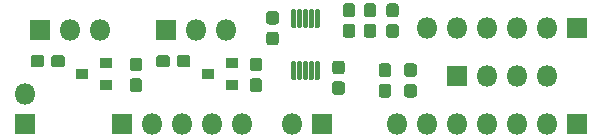
<source format=gbr>
%TF.GenerationSoftware,KiCad,Pcbnew,(5.1.4)-1*%
%TF.CreationDate,2020-11-13T13:28:28-08:00*%
%TF.ProjectId,powerglove_pcb,706f7765-7267-46c6-9f76-655f7063622e,rev?*%
%TF.SameCoordinates,Original*%
%TF.FileFunction,Soldermask,Top*%
%TF.FilePolarity,Negative*%
%FSLAX46Y46*%
G04 Gerber Fmt 4.6, Leading zero omitted, Abs format (unit mm)*
G04 Created by KiCad (PCBNEW (5.1.4)-1) date 2020-11-13 13:28:28*
%MOMM*%
%LPD*%
G04 APERTURE LIST*
%ADD10C,0.100000*%
%ADD11C,0.400000*%
%ADD12C,1.050000*%
%ADD13O,1.800000X1.800000*%
%ADD14R,1.800000X1.800000*%
%ADD15R,1.000000X0.900000*%
G04 APERTURE END LIST*
D10*
%TO.C,U1*%
G36*
X92930802Y-69542482D02*
G01*
X92940509Y-69543921D01*
X92950028Y-69546306D01*
X92959268Y-69549612D01*
X92968140Y-69553808D01*
X92976557Y-69558853D01*
X92984439Y-69564699D01*
X92991711Y-69571289D01*
X92998301Y-69578561D01*
X93004147Y-69586443D01*
X93009192Y-69594860D01*
X93013388Y-69603732D01*
X93016694Y-69612972D01*
X93019079Y-69622491D01*
X93020518Y-69632198D01*
X93021000Y-69642000D01*
X93021000Y-70992000D01*
X93020518Y-71001802D01*
X93019079Y-71011509D01*
X93016694Y-71021028D01*
X93013388Y-71030268D01*
X93009192Y-71039140D01*
X93004147Y-71047557D01*
X92998301Y-71055439D01*
X92991711Y-71062711D01*
X92984439Y-71069301D01*
X92976557Y-71075147D01*
X92968140Y-71080192D01*
X92959268Y-71084388D01*
X92950028Y-71087694D01*
X92940509Y-71090079D01*
X92930802Y-71091518D01*
X92921000Y-71092000D01*
X92721000Y-71092000D01*
X92711198Y-71091518D01*
X92701491Y-71090079D01*
X92691972Y-71087694D01*
X92682732Y-71084388D01*
X92673860Y-71080192D01*
X92665443Y-71075147D01*
X92657561Y-71069301D01*
X92650289Y-71062711D01*
X92643699Y-71055439D01*
X92637853Y-71047557D01*
X92632808Y-71039140D01*
X92628612Y-71030268D01*
X92625306Y-71021028D01*
X92622921Y-71011509D01*
X92621482Y-71001802D01*
X92621000Y-70992000D01*
X92621000Y-69642000D01*
X92621482Y-69632198D01*
X92622921Y-69622491D01*
X92625306Y-69612972D01*
X92628612Y-69603732D01*
X92632808Y-69594860D01*
X92637853Y-69586443D01*
X92643699Y-69578561D01*
X92650289Y-69571289D01*
X92657561Y-69564699D01*
X92665443Y-69558853D01*
X92673860Y-69553808D01*
X92682732Y-69549612D01*
X92691972Y-69546306D01*
X92701491Y-69543921D01*
X92711198Y-69542482D01*
X92721000Y-69542000D01*
X92921000Y-69542000D01*
X92930802Y-69542482D01*
X92930802Y-69542482D01*
G37*
D11*
X92821000Y-70317000D03*
D10*
G36*
X92430802Y-69542482D02*
G01*
X92440509Y-69543921D01*
X92450028Y-69546306D01*
X92459268Y-69549612D01*
X92468140Y-69553808D01*
X92476557Y-69558853D01*
X92484439Y-69564699D01*
X92491711Y-69571289D01*
X92498301Y-69578561D01*
X92504147Y-69586443D01*
X92509192Y-69594860D01*
X92513388Y-69603732D01*
X92516694Y-69612972D01*
X92519079Y-69622491D01*
X92520518Y-69632198D01*
X92521000Y-69642000D01*
X92521000Y-70992000D01*
X92520518Y-71001802D01*
X92519079Y-71011509D01*
X92516694Y-71021028D01*
X92513388Y-71030268D01*
X92509192Y-71039140D01*
X92504147Y-71047557D01*
X92498301Y-71055439D01*
X92491711Y-71062711D01*
X92484439Y-71069301D01*
X92476557Y-71075147D01*
X92468140Y-71080192D01*
X92459268Y-71084388D01*
X92450028Y-71087694D01*
X92440509Y-71090079D01*
X92430802Y-71091518D01*
X92421000Y-71092000D01*
X92221000Y-71092000D01*
X92211198Y-71091518D01*
X92201491Y-71090079D01*
X92191972Y-71087694D01*
X92182732Y-71084388D01*
X92173860Y-71080192D01*
X92165443Y-71075147D01*
X92157561Y-71069301D01*
X92150289Y-71062711D01*
X92143699Y-71055439D01*
X92137853Y-71047557D01*
X92132808Y-71039140D01*
X92128612Y-71030268D01*
X92125306Y-71021028D01*
X92122921Y-71011509D01*
X92121482Y-71001802D01*
X92121000Y-70992000D01*
X92121000Y-69642000D01*
X92121482Y-69632198D01*
X92122921Y-69622491D01*
X92125306Y-69612972D01*
X92128612Y-69603732D01*
X92132808Y-69594860D01*
X92137853Y-69586443D01*
X92143699Y-69578561D01*
X92150289Y-69571289D01*
X92157561Y-69564699D01*
X92165443Y-69558853D01*
X92173860Y-69553808D01*
X92182732Y-69549612D01*
X92191972Y-69546306D01*
X92201491Y-69543921D01*
X92211198Y-69542482D01*
X92221000Y-69542000D01*
X92421000Y-69542000D01*
X92430802Y-69542482D01*
X92430802Y-69542482D01*
G37*
D11*
X92321000Y-70317000D03*
D10*
G36*
X91930802Y-69542482D02*
G01*
X91940509Y-69543921D01*
X91950028Y-69546306D01*
X91959268Y-69549612D01*
X91968140Y-69553808D01*
X91976557Y-69558853D01*
X91984439Y-69564699D01*
X91991711Y-69571289D01*
X91998301Y-69578561D01*
X92004147Y-69586443D01*
X92009192Y-69594860D01*
X92013388Y-69603732D01*
X92016694Y-69612972D01*
X92019079Y-69622491D01*
X92020518Y-69632198D01*
X92021000Y-69642000D01*
X92021000Y-70992000D01*
X92020518Y-71001802D01*
X92019079Y-71011509D01*
X92016694Y-71021028D01*
X92013388Y-71030268D01*
X92009192Y-71039140D01*
X92004147Y-71047557D01*
X91998301Y-71055439D01*
X91991711Y-71062711D01*
X91984439Y-71069301D01*
X91976557Y-71075147D01*
X91968140Y-71080192D01*
X91959268Y-71084388D01*
X91950028Y-71087694D01*
X91940509Y-71090079D01*
X91930802Y-71091518D01*
X91921000Y-71092000D01*
X91721000Y-71092000D01*
X91711198Y-71091518D01*
X91701491Y-71090079D01*
X91691972Y-71087694D01*
X91682732Y-71084388D01*
X91673860Y-71080192D01*
X91665443Y-71075147D01*
X91657561Y-71069301D01*
X91650289Y-71062711D01*
X91643699Y-71055439D01*
X91637853Y-71047557D01*
X91632808Y-71039140D01*
X91628612Y-71030268D01*
X91625306Y-71021028D01*
X91622921Y-71011509D01*
X91621482Y-71001802D01*
X91621000Y-70992000D01*
X91621000Y-69642000D01*
X91621482Y-69632198D01*
X91622921Y-69622491D01*
X91625306Y-69612972D01*
X91628612Y-69603732D01*
X91632808Y-69594860D01*
X91637853Y-69586443D01*
X91643699Y-69578561D01*
X91650289Y-69571289D01*
X91657561Y-69564699D01*
X91665443Y-69558853D01*
X91673860Y-69553808D01*
X91682732Y-69549612D01*
X91691972Y-69546306D01*
X91701491Y-69543921D01*
X91711198Y-69542482D01*
X91721000Y-69542000D01*
X91921000Y-69542000D01*
X91930802Y-69542482D01*
X91930802Y-69542482D01*
G37*
D11*
X91821000Y-70317000D03*
D10*
G36*
X91430802Y-69542482D02*
G01*
X91440509Y-69543921D01*
X91450028Y-69546306D01*
X91459268Y-69549612D01*
X91468140Y-69553808D01*
X91476557Y-69558853D01*
X91484439Y-69564699D01*
X91491711Y-69571289D01*
X91498301Y-69578561D01*
X91504147Y-69586443D01*
X91509192Y-69594860D01*
X91513388Y-69603732D01*
X91516694Y-69612972D01*
X91519079Y-69622491D01*
X91520518Y-69632198D01*
X91521000Y-69642000D01*
X91521000Y-70992000D01*
X91520518Y-71001802D01*
X91519079Y-71011509D01*
X91516694Y-71021028D01*
X91513388Y-71030268D01*
X91509192Y-71039140D01*
X91504147Y-71047557D01*
X91498301Y-71055439D01*
X91491711Y-71062711D01*
X91484439Y-71069301D01*
X91476557Y-71075147D01*
X91468140Y-71080192D01*
X91459268Y-71084388D01*
X91450028Y-71087694D01*
X91440509Y-71090079D01*
X91430802Y-71091518D01*
X91421000Y-71092000D01*
X91221000Y-71092000D01*
X91211198Y-71091518D01*
X91201491Y-71090079D01*
X91191972Y-71087694D01*
X91182732Y-71084388D01*
X91173860Y-71080192D01*
X91165443Y-71075147D01*
X91157561Y-71069301D01*
X91150289Y-71062711D01*
X91143699Y-71055439D01*
X91137853Y-71047557D01*
X91132808Y-71039140D01*
X91128612Y-71030268D01*
X91125306Y-71021028D01*
X91122921Y-71011509D01*
X91121482Y-71001802D01*
X91121000Y-70992000D01*
X91121000Y-69642000D01*
X91121482Y-69632198D01*
X91122921Y-69622491D01*
X91125306Y-69612972D01*
X91128612Y-69603732D01*
X91132808Y-69594860D01*
X91137853Y-69586443D01*
X91143699Y-69578561D01*
X91150289Y-69571289D01*
X91157561Y-69564699D01*
X91165443Y-69558853D01*
X91173860Y-69553808D01*
X91182732Y-69549612D01*
X91191972Y-69546306D01*
X91201491Y-69543921D01*
X91211198Y-69542482D01*
X91221000Y-69542000D01*
X91421000Y-69542000D01*
X91430802Y-69542482D01*
X91430802Y-69542482D01*
G37*
D11*
X91321000Y-70317000D03*
D10*
G36*
X90930802Y-69542482D02*
G01*
X90940509Y-69543921D01*
X90950028Y-69546306D01*
X90959268Y-69549612D01*
X90968140Y-69553808D01*
X90976557Y-69558853D01*
X90984439Y-69564699D01*
X90991711Y-69571289D01*
X90998301Y-69578561D01*
X91004147Y-69586443D01*
X91009192Y-69594860D01*
X91013388Y-69603732D01*
X91016694Y-69612972D01*
X91019079Y-69622491D01*
X91020518Y-69632198D01*
X91021000Y-69642000D01*
X91021000Y-70992000D01*
X91020518Y-71001802D01*
X91019079Y-71011509D01*
X91016694Y-71021028D01*
X91013388Y-71030268D01*
X91009192Y-71039140D01*
X91004147Y-71047557D01*
X90998301Y-71055439D01*
X90991711Y-71062711D01*
X90984439Y-71069301D01*
X90976557Y-71075147D01*
X90968140Y-71080192D01*
X90959268Y-71084388D01*
X90950028Y-71087694D01*
X90940509Y-71090079D01*
X90930802Y-71091518D01*
X90921000Y-71092000D01*
X90721000Y-71092000D01*
X90711198Y-71091518D01*
X90701491Y-71090079D01*
X90691972Y-71087694D01*
X90682732Y-71084388D01*
X90673860Y-71080192D01*
X90665443Y-71075147D01*
X90657561Y-71069301D01*
X90650289Y-71062711D01*
X90643699Y-71055439D01*
X90637853Y-71047557D01*
X90632808Y-71039140D01*
X90628612Y-71030268D01*
X90625306Y-71021028D01*
X90622921Y-71011509D01*
X90621482Y-71001802D01*
X90621000Y-70992000D01*
X90621000Y-69642000D01*
X90621482Y-69632198D01*
X90622921Y-69622491D01*
X90625306Y-69612972D01*
X90628612Y-69603732D01*
X90632808Y-69594860D01*
X90637853Y-69586443D01*
X90643699Y-69578561D01*
X90650289Y-69571289D01*
X90657561Y-69564699D01*
X90665443Y-69558853D01*
X90673860Y-69553808D01*
X90682732Y-69549612D01*
X90691972Y-69546306D01*
X90701491Y-69543921D01*
X90711198Y-69542482D01*
X90721000Y-69542000D01*
X90921000Y-69542000D01*
X90930802Y-69542482D01*
X90930802Y-69542482D01*
G37*
D11*
X90821000Y-70317000D03*
D10*
G36*
X90930802Y-73942482D02*
G01*
X90940509Y-73943921D01*
X90950028Y-73946306D01*
X90959268Y-73949612D01*
X90968140Y-73953808D01*
X90976557Y-73958853D01*
X90984439Y-73964699D01*
X90991711Y-73971289D01*
X90998301Y-73978561D01*
X91004147Y-73986443D01*
X91009192Y-73994860D01*
X91013388Y-74003732D01*
X91016694Y-74012972D01*
X91019079Y-74022491D01*
X91020518Y-74032198D01*
X91021000Y-74042000D01*
X91021000Y-75392000D01*
X91020518Y-75401802D01*
X91019079Y-75411509D01*
X91016694Y-75421028D01*
X91013388Y-75430268D01*
X91009192Y-75439140D01*
X91004147Y-75447557D01*
X90998301Y-75455439D01*
X90991711Y-75462711D01*
X90984439Y-75469301D01*
X90976557Y-75475147D01*
X90968140Y-75480192D01*
X90959268Y-75484388D01*
X90950028Y-75487694D01*
X90940509Y-75490079D01*
X90930802Y-75491518D01*
X90921000Y-75492000D01*
X90721000Y-75492000D01*
X90711198Y-75491518D01*
X90701491Y-75490079D01*
X90691972Y-75487694D01*
X90682732Y-75484388D01*
X90673860Y-75480192D01*
X90665443Y-75475147D01*
X90657561Y-75469301D01*
X90650289Y-75462711D01*
X90643699Y-75455439D01*
X90637853Y-75447557D01*
X90632808Y-75439140D01*
X90628612Y-75430268D01*
X90625306Y-75421028D01*
X90622921Y-75411509D01*
X90621482Y-75401802D01*
X90621000Y-75392000D01*
X90621000Y-74042000D01*
X90621482Y-74032198D01*
X90622921Y-74022491D01*
X90625306Y-74012972D01*
X90628612Y-74003732D01*
X90632808Y-73994860D01*
X90637853Y-73986443D01*
X90643699Y-73978561D01*
X90650289Y-73971289D01*
X90657561Y-73964699D01*
X90665443Y-73958853D01*
X90673860Y-73953808D01*
X90682732Y-73949612D01*
X90691972Y-73946306D01*
X90701491Y-73943921D01*
X90711198Y-73942482D01*
X90721000Y-73942000D01*
X90921000Y-73942000D01*
X90930802Y-73942482D01*
X90930802Y-73942482D01*
G37*
D11*
X90821000Y-74717000D03*
D10*
G36*
X91430802Y-73942482D02*
G01*
X91440509Y-73943921D01*
X91450028Y-73946306D01*
X91459268Y-73949612D01*
X91468140Y-73953808D01*
X91476557Y-73958853D01*
X91484439Y-73964699D01*
X91491711Y-73971289D01*
X91498301Y-73978561D01*
X91504147Y-73986443D01*
X91509192Y-73994860D01*
X91513388Y-74003732D01*
X91516694Y-74012972D01*
X91519079Y-74022491D01*
X91520518Y-74032198D01*
X91521000Y-74042000D01*
X91521000Y-75392000D01*
X91520518Y-75401802D01*
X91519079Y-75411509D01*
X91516694Y-75421028D01*
X91513388Y-75430268D01*
X91509192Y-75439140D01*
X91504147Y-75447557D01*
X91498301Y-75455439D01*
X91491711Y-75462711D01*
X91484439Y-75469301D01*
X91476557Y-75475147D01*
X91468140Y-75480192D01*
X91459268Y-75484388D01*
X91450028Y-75487694D01*
X91440509Y-75490079D01*
X91430802Y-75491518D01*
X91421000Y-75492000D01*
X91221000Y-75492000D01*
X91211198Y-75491518D01*
X91201491Y-75490079D01*
X91191972Y-75487694D01*
X91182732Y-75484388D01*
X91173860Y-75480192D01*
X91165443Y-75475147D01*
X91157561Y-75469301D01*
X91150289Y-75462711D01*
X91143699Y-75455439D01*
X91137853Y-75447557D01*
X91132808Y-75439140D01*
X91128612Y-75430268D01*
X91125306Y-75421028D01*
X91122921Y-75411509D01*
X91121482Y-75401802D01*
X91121000Y-75392000D01*
X91121000Y-74042000D01*
X91121482Y-74032198D01*
X91122921Y-74022491D01*
X91125306Y-74012972D01*
X91128612Y-74003732D01*
X91132808Y-73994860D01*
X91137853Y-73986443D01*
X91143699Y-73978561D01*
X91150289Y-73971289D01*
X91157561Y-73964699D01*
X91165443Y-73958853D01*
X91173860Y-73953808D01*
X91182732Y-73949612D01*
X91191972Y-73946306D01*
X91201491Y-73943921D01*
X91211198Y-73942482D01*
X91221000Y-73942000D01*
X91421000Y-73942000D01*
X91430802Y-73942482D01*
X91430802Y-73942482D01*
G37*
D11*
X91321000Y-74717000D03*
D10*
G36*
X91930802Y-73942482D02*
G01*
X91940509Y-73943921D01*
X91950028Y-73946306D01*
X91959268Y-73949612D01*
X91968140Y-73953808D01*
X91976557Y-73958853D01*
X91984439Y-73964699D01*
X91991711Y-73971289D01*
X91998301Y-73978561D01*
X92004147Y-73986443D01*
X92009192Y-73994860D01*
X92013388Y-74003732D01*
X92016694Y-74012972D01*
X92019079Y-74022491D01*
X92020518Y-74032198D01*
X92021000Y-74042000D01*
X92021000Y-75392000D01*
X92020518Y-75401802D01*
X92019079Y-75411509D01*
X92016694Y-75421028D01*
X92013388Y-75430268D01*
X92009192Y-75439140D01*
X92004147Y-75447557D01*
X91998301Y-75455439D01*
X91991711Y-75462711D01*
X91984439Y-75469301D01*
X91976557Y-75475147D01*
X91968140Y-75480192D01*
X91959268Y-75484388D01*
X91950028Y-75487694D01*
X91940509Y-75490079D01*
X91930802Y-75491518D01*
X91921000Y-75492000D01*
X91721000Y-75492000D01*
X91711198Y-75491518D01*
X91701491Y-75490079D01*
X91691972Y-75487694D01*
X91682732Y-75484388D01*
X91673860Y-75480192D01*
X91665443Y-75475147D01*
X91657561Y-75469301D01*
X91650289Y-75462711D01*
X91643699Y-75455439D01*
X91637853Y-75447557D01*
X91632808Y-75439140D01*
X91628612Y-75430268D01*
X91625306Y-75421028D01*
X91622921Y-75411509D01*
X91621482Y-75401802D01*
X91621000Y-75392000D01*
X91621000Y-74042000D01*
X91621482Y-74032198D01*
X91622921Y-74022491D01*
X91625306Y-74012972D01*
X91628612Y-74003732D01*
X91632808Y-73994860D01*
X91637853Y-73986443D01*
X91643699Y-73978561D01*
X91650289Y-73971289D01*
X91657561Y-73964699D01*
X91665443Y-73958853D01*
X91673860Y-73953808D01*
X91682732Y-73949612D01*
X91691972Y-73946306D01*
X91701491Y-73943921D01*
X91711198Y-73942482D01*
X91721000Y-73942000D01*
X91921000Y-73942000D01*
X91930802Y-73942482D01*
X91930802Y-73942482D01*
G37*
D11*
X91821000Y-74717000D03*
D10*
G36*
X92430802Y-73942482D02*
G01*
X92440509Y-73943921D01*
X92450028Y-73946306D01*
X92459268Y-73949612D01*
X92468140Y-73953808D01*
X92476557Y-73958853D01*
X92484439Y-73964699D01*
X92491711Y-73971289D01*
X92498301Y-73978561D01*
X92504147Y-73986443D01*
X92509192Y-73994860D01*
X92513388Y-74003732D01*
X92516694Y-74012972D01*
X92519079Y-74022491D01*
X92520518Y-74032198D01*
X92521000Y-74042000D01*
X92521000Y-75392000D01*
X92520518Y-75401802D01*
X92519079Y-75411509D01*
X92516694Y-75421028D01*
X92513388Y-75430268D01*
X92509192Y-75439140D01*
X92504147Y-75447557D01*
X92498301Y-75455439D01*
X92491711Y-75462711D01*
X92484439Y-75469301D01*
X92476557Y-75475147D01*
X92468140Y-75480192D01*
X92459268Y-75484388D01*
X92450028Y-75487694D01*
X92440509Y-75490079D01*
X92430802Y-75491518D01*
X92421000Y-75492000D01*
X92221000Y-75492000D01*
X92211198Y-75491518D01*
X92201491Y-75490079D01*
X92191972Y-75487694D01*
X92182732Y-75484388D01*
X92173860Y-75480192D01*
X92165443Y-75475147D01*
X92157561Y-75469301D01*
X92150289Y-75462711D01*
X92143699Y-75455439D01*
X92137853Y-75447557D01*
X92132808Y-75439140D01*
X92128612Y-75430268D01*
X92125306Y-75421028D01*
X92122921Y-75411509D01*
X92121482Y-75401802D01*
X92121000Y-75392000D01*
X92121000Y-74042000D01*
X92121482Y-74032198D01*
X92122921Y-74022491D01*
X92125306Y-74012972D01*
X92128612Y-74003732D01*
X92132808Y-73994860D01*
X92137853Y-73986443D01*
X92143699Y-73978561D01*
X92150289Y-73971289D01*
X92157561Y-73964699D01*
X92165443Y-73958853D01*
X92173860Y-73953808D01*
X92182732Y-73949612D01*
X92191972Y-73946306D01*
X92201491Y-73943921D01*
X92211198Y-73942482D01*
X92221000Y-73942000D01*
X92421000Y-73942000D01*
X92430802Y-73942482D01*
X92430802Y-73942482D01*
G37*
D11*
X92321000Y-74717000D03*
D10*
G36*
X92930802Y-73942482D02*
G01*
X92940509Y-73943921D01*
X92950028Y-73946306D01*
X92959268Y-73949612D01*
X92968140Y-73953808D01*
X92976557Y-73958853D01*
X92984439Y-73964699D01*
X92991711Y-73971289D01*
X92998301Y-73978561D01*
X93004147Y-73986443D01*
X93009192Y-73994860D01*
X93013388Y-74003732D01*
X93016694Y-74012972D01*
X93019079Y-74022491D01*
X93020518Y-74032198D01*
X93021000Y-74042000D01*
X93021000Y-75392000D01*
X93020518Y-75401802D01*
X93019079Y-75411509D01*
X93016694Y-75421028D01*
X93013388Y-75430268D01*
X93009192Y-75439140D01*
X93004147Y-75447557D01*
X92998301Y-75455439D01*
X92991711Y-75462711D01*
X92984439Y-75469301D01*
X92976557Y-75475147D01*
X92968140Y-75480192D01*
X92959268Y-75484388D01*
X92950028Y-75487694D01*
X92940509Y-75490079D01*
X92930802Y-75491518D01*
X92921000Y-75492000D01*
X92721000Y-75492000D01*
X92711198Y-75491518D01*
X92701491Y-75490079D01*
X92691972Y-75487694D01*
X92682732Y-75484388D01*
X92673860Y-75480192D01*
X92665443Y-75475147D01*
X92657561Y-75469301D01*
X92650289Y-75462711D01*
X92643699Y-75455439D01*
X92637853Y-75447557D01*
X92632808Y-75439140D01*
X92628612Y-75430268D01*
X92625306Y-75421028D01*
X92622921Y-75411509D01*
X92621482Y-75401802D01*
X92621000Y-75392000D01*
X92621000Y-74042000D01*
X92621482Y-74032198D01*
X92622921Y-74022491D01*
X92625306Y-74012972D01*
X92628612Y-74003732D01*
X92632808Y-73994860D01*
X92637853Y-73986443D01*
X92643699Y-73978561D01*
X92650289Y-73971289D01*
X92657561Y-73964699D01*
X92665443Y-73958853D01*
X92673860Y-73953808D01*
X92682732Y-73949612D01*
X92691972Y-73946306D01*
X92701491Y-73943921D01*
X92711198Y-73942482D01*
X92721000Y-73942000D01*
X92921000Y-73942000D01*
X92930802Y-73942482D01*
X92930802Y-73942482D01*
G37*
D11*
X92821000Y-74717000D03*
%TD*%
D10*
%TO.C,R9*%
G36*
X99475229Y-69036264D02*
G01*
X99500711Y-69040044D01*
X99525700Y-69046303D01*
X99549954Y-69054982D01*
X99573242Y-69065996D01*
X99595337Y-69079239D01*
X99616028Y-69094585D01*
X99635116Y-69111884D01*
X99652415Y-69130972D01*
X99667761Y-69151663D01*
X99681004Y-69173758D01*
X99692018Y-69197046D01*
X99700697Y-69221300D01*
X99706956Y-69246289D01*
X99710736Y-69271771D01*
X99712000Y-69297500D01*
X99712000Y-69922500D01*
X99710736Y-69948229D01*
X99706956Y-69973711D01*
X99700697Y-69998700D01*
X99692018Y-70022954D01*
X99681004Y-70046242D01*
X99667761Y-70068337D01*
X99652415Y-70089028D01*
X99635116Y-70108116D01*
X99616028Y-70125415D01*
X99595337Y-70140761D01*
X99573242Y-70154004D01*
X99549954Y-70165018D01*
X99525700Y-70173697D01*
X99500711Y-70179956D01*
X99475229Y-70183736D01*
X99449500Y-70185000D01*
X98924500Y-70185000D01*
X98898771Y-70183736D01*
X98873289Y-70179956D01*
X98848300Y-70173697D01*
X98824046Y-70165018D01*
X98800758Y-70154004D01*
X98778663Y-70140761D01*
X98757972Y-70125415D01*
X98738884Y-70108116D01*
X98721585Y-70089028D01*
X98706239Y-70068337D01*
X98692996Y-70046242D01*
X98681982Y-70022954D01*
X98673303Y-69998700D01*
X98667044Y-69973711D01*
X98663264Y-69948229D01*
X98662000Y-69922500D01*
X98662000Y-69297500D01*
X98663264Y-69271771D01*
X98667044Y-69246289D01*
X98673303Y-69221300D01*
X98681982Y-69197046D01*
X98692996Y-69173758D01*
X98706239Y-69151663D01*
X98721585Y-69130972D01*
X98738884Y-69111884D01*
X98757972Y-69094585D01*
X98778663Y-69079239D01*
X98800758Y-69065996D01*
X98824046Y-69054982D01*
X98848300Y-69046303D01*
X98873289Y-69040044D01*
X98898771Y-69036264D01*
X98924500Y-69035000D01*
X99449500Y-69035000D01*
X99475229Y-69036264D01*
X99475229Y-69036264D01*
G37*
D12*
X99187000Y-69610000D03*
D10*
G36*
X99475229Y-70786264D02*
G01*
X99500711Y-70790044D01*
X99525700Y-70796303D01*
X99549954Y-70804982D01*
X99573242Y-70815996D01*
X99595337Y-70829239D01*
X99616028Y-70844585D01*
X99635116Y-70861884D01*
X99652415Y-70880972D01*
X99667761Y-70901663D01*
X99681004Y-70923758D01*
X99692018Y-70947046D01*
X99700697Y-70971300D01*
X99706956Y-70996289D01*
X99710736Y-71021771D01*
X99712000Y-71047500D01*
X99712000Y-71672500D01*
X99710736Y-71698229D01*
X99706956Y-71723711D01*
X99700697Y-71748700D01*
X99692018Y-71772954D01*
X99681004Y-71796242D01*
X99667761Y-71818337D01*
X99652415Y-71839028D01*
X99635116Y-71858116D01*
X99616028Y-71875415D01*
X99595337Y-71890761D01*
X99573242Y-71904004D01*
X99549954Y-71915018D01*
X99525700Y-71923697D01*
X99500711Y-71929956D01*
X99475229Y-71933736D01*
X99449500Y-71935000D01*
X98924500Y-71935000D01*
X98898771Y-71933736D01*
X98873289Y-71929956D01*
X98848300Y-71923697D01*
X98824046Y-71915018D01*
X98800758Y-71904004D01*
X98778663Y-71890761D01*
X98757972Y-71875415D01*
X98738884Y-71858116D01*
X98721585Y-71839028D01*
X98706239Y-71818337D01*
X98692996Y-71796242D01*
X98681982Y-71772954D01*
X98673303Y-71748700D01*
X98667044Y-71723711D01*
X98663264Y-71698229D01*
X98662000Y-71672500D01*
X98662000Y-71047500D01*
X98663264Y-71021771D01*
X98667044Y-70996289D01*
X98673303Y-70971300D01*
X98681982Y-70947046D01*
X98692996Y-70923758D01*
X98706239Y-70901663D01*
X98721585Y-70880972D01*
X98738884Y-70861884D01*
X98757972Y-70844585D01*
X98778663Y-70829239D01*
X98800758Y-70815996D01*
X98824046Y-70804982D01*
X98848300Y-70796303D01*
X98873289Y-70790044D01*
X98898771Y-70786264D01*
X98924500Y-70785000D01*
X99449500Y-70785000D01*
X99475229Y-70786264D01*
X99475229Y-70786264D01*
G37*
D12*
X99187000Y-71360000D03*
%TD*%
D10*
%TO.C,R8*%
G36*
X97570229Y-70786264D02*
G01*
X97595711Y-70790044D01*
X97620700Y-70796303D01*
X97644954Y-70804982D01*
X97668242Y-70815996D01*
X97690337Y-70829239D01*
X97711028Y-70844585D01*
X97730116Y-70861884D01*
X97747415Y-70880972D01*
X97762761Y-70901663D01*
X97776004Y-70923758D01*
X97787018Y-70947046D01*
X97795697Y-70971300D01*
X97801956Y-70996289D01*
X97805736Y-71021771D01*
X97807000Y-71047500D01*
X97807000Y-71672500D01*
X97805736Y-71698229D01*
X97801956Y-71723711D01*
X97795697Y-71748700D01*
X97787018Y-71772954D01*
X97776004Y-71796242D01*
X97762761Y-71818337D01*
X97747415Y-71839028D01*
X97730116Y-71858116D01*
X97711028Y-71875415D01*
X97690337Y-71890761D01*
X97668242Y-71904004D01*
X97644954Y-71915018D01*
X97620700Y-71923697D01*
X97595711Y-71929956D01*
X97570229Y-71933736D01*
X97544500Y-71935000D01*
X97019500Y-71935000D01*
X96993771Y-71933736D01*
X96968289Y-71929956D01*
X96943300Y-71923697D01*
X96919046Y-71915018D01*
X96895758Y-71904004D01*
X96873663Y-71890761D01*
X96852972Y-71875415D01*
X96833884Y-71858116D01*
X96816585Y-71839028D01*
X96801239Y-71818337D01*
X96787996Y-71796242D01*
X96776982Y-71772954D01*
X96768303Y-71748700D01*
X96762044Y-71723711D01*
X96758264Y-71698229D01*
X96757000Y-71672500D01*
X96757000Y-71047500D01*
X96758264Y-71021771D01*
X96762044Y-70996289D01*
X96768303Y-70971300D01*
X96776982Y-70947046D01*
X96787996Y-70923758D01*
X96801239Y-70901663D01*
X96816585Y-70880972D01*
X96833884Y-70861884D01*
X96852972Y-70844585D01*
X96873663Y-70829239D01*
X96895758Y-70815996D01*
X96919046Y-70804982D01*
X96943300Y-70796303D01*
X96968289Y-70790044D01*
X96993771Y-70786264D01*
X97019500Y-70785000D01*
X97544500Y-70785000D01*
X97570229Y-70786264D01*
X97570229Y-70786264D01*
G37*
D12*
X97282000Y-71360000D03*
D10*
G36*
X97570229Y-69036264D02*
G01*
X97595711Y-69040044D01*
X97620700Y-69046303D01*
X97644954Y-69054982D01*
X97668242Y-69065996D01*
X97690337Y-69079239D01*
X97711028Y-69094585D01*
X97730116Y-69111884D01*
X97747415Y-69130972D01*
X97762761Y-69151663D01*
X97776004Y-69173758D01*
X97787018Y-69197046D01*
X97795697Y-69221300D01*
X97801956Y-69246289D01*
X97805736Y-69271771D01*
X97807000Y-69297500D01*
X97807000Y-69922500D01*
X97805736Y-69948229D01*
X97801956Y-69973711D01*
X97795697Y-69998700D01*
X97787018Y-70022954D01*
X97776004Y-70046242D01*
X97762761Y-70068337D01*
X97747415Y-70089028D01*
X97730116Y-70108116D01*
X97711028Y-70125415D01*
X97690337Y-70140761D01*
X97668242Y-70154004D01*
X97644954Y-70165018D01*
X97620700Y-70173697D01*
X97595711Y-70179956D01*
X97570229Y-70183736D01*
X97544500Y-70185000D01*
X97019500Y-70185000D01*
X96993771Y-70183736D01*
X96968289Y-70179956D01*
X96943300Y-70173697D01*
X96919046Y-70165018D01*
X96895758Y-70154004D01*
X96873663Y-70140761D01*
X96852972Y-70125415D01*
X96833884Y-70108116D01*
X96816585Y-70089028D01*
X96801239Y-70068337D01*
X96787996Y-70046242D01*
X96776982Y-70022954D01*
X96768303Y-69998700D01*
X96762044Y-69973711D01*
X96758264Y-69948229D01*
X96757000Y-69922500D01*
X96757000Y-69297500D01*
X96758264Y-69271771D01*
X96762044Y-69246289D01*
X96768303Y-69221300D01*
X96776982Y-69197046D01*
X96787996Y-69173758D01*
X96801239Y-69151663D01*
X96816585Y-69130972D01*
X96833884Y-69111884D01*
X96852972Y-69094585D01*
X96873663Y-69079239D01*
X96895758Y-69065996D01*
X96919046Y-69054982D01*
X96943300Y-69046303D01*
X96968289Y-69040044D01*
X96993771Y-69036264D01*
X97019500Y-69035000D01*
X97544500Y-69035000D01*
X97570229Y-69036264D01*
X97570229Y-69036264D01*
G37*
D12*
X97282000Y-69610000D03*
%TD*%
D10*
%TO.C,R7*%
G36*
X95792229Y-69036264D02*
G01*
X95817711Y-69040044D01*
X95842700Y-69046303D01*
X95866954Y-69054982D01*
X95890242Y-69065996D01*
X95912337Y-69079239D01*
X95933028Y-69094585D01*
X95952116Y-69111884D01*
X95969415Y-69130972D01*
X95984761Y-69151663D01*
X95998004Y-69173758D01*
X96009018Y-69197046D01*
X96017697Y-69221300D01*
X96023956Y-69246289D01*
X96027736Y-69271771D01*
X96029000Y-69297500D01*
X96029000Y-69922500D01*
X96027736Y-69948229D01*
X96023956Y-69973711D01*
X96017697Y-69998700D01*
X96009018Y-70022954D01*
X95998004Y-70046242D01*
X95984761Y-70068337D01*
X95969415Y-70089028D01*
X95952116Y-70108116D01*
X95933028Y-70125415D01*
X95912337Y-70140761D01*
X95890242Y-70154004D01*
X95866954Y-70165018D01*
X95842700Y-70173697D01*
X95817711Y-70179956D01*
X95792229Y-70183736D01*
X95766500Y-70185000D01*
X95241500Y-70185000D01*
X95215771Y-70183736D01*
X95190289Y-70179956D01*
X95165300Y-70173697D01*
X95141046Y-70165018D01*
X95117758Y-70154004D01*
X95095663Y-70140761D01*
X95074972Y-70125415D01*
X95055884Y-70108116D01*
X95038585Y-70089028D01*
X95023239Y-70068337D01*
X95009996Y-70046242D01*
X94998982Y-70022954D01*
X94990303Y-69998700D01*
X94984044Y-69973711D01*
X94980264Y-69948229D01*
X94979000Y-69922500D01*
X94979000Y-69297500D01*
X94980264Y-69271771D01*
X94984044Y-69246289D01*
X94990303Y-69221300D01*
X94998982Y-69197046D01*
X95009996Y-69173758D01*
X95023239Y-69151663D01*
X95038585Y-69130972D01*
X95055884Y-69111884D01*
X95074972Y-69094585D01*
X95095663Y-69079239D01*
X95117758Y-69065996D01*
X95141046Y-69054982D01*
X95165300Y-69046303D01*
X95190289Y-69040044D01*
X95215771Y-69036264D01*
X95241500Y-69035000D01*
X95766500Y-69035000D01*
X95792229Y-69036264D01*
X95792229Y-69036264D01*
G37*
D12*
X95504000Y-69610000D03*
D10*
G36*
X95792229Y-70786264D02*
G01*
X95817711Y-70790044D01*
X95842700Y-70796303D01*
X95866954Y-70804982D01*
X95890242Y-70815996D01*
X95912337Y-70829239D01*
X95933028Y-70844585D01*
X95952116Y-70861884D01*
X95969415Y-70880972D01*
X95984761Y-70901663D01*
X95998004Y-70923758D01*
X96009018Y-70947046D01*
X96017697Y-70971300D01*
X96023956Y-70996289D01*
X96027736Y-71021771D01*
X96029000Y-71047500D01*
X96029000Y-71672500D01*
X96027736Y-71698229D01*
X96023956Y-71723711D01*
X96017697Y-71748700D01*
X96009018Y-71772954D01*
X95998004Y-71796242D01*
X95984761Y-71818337D01*
X95969415Y-71839028D01*
X95952116Y-71858116D01*
X95933028Y-71875415D01*
X95912337Y-71890761D01*
X95890242Y-71904004D01*
X95866954Y-71915018D01*
X95842700Y-71923697D01*
X95817711Y-71929956D01*
X95792229Y-71933736D01*
X95766500Y-71935000D01*
X95241500Y-71935000D01*
X95215771Y-71933736D01*
X95190289Y-71929956D01*
X95165300Y-71923697D01*
X95141046Y-71915018D01*
X95117758Y-71904004D01*
X95095663Y-71890761D01*
X95074972Y-71875415D01*
X95055884Y-71858116D01*
X95038585Y-71839028D01*
X95023239Y-71818337D01*
X95009996Y-71796242D01*
X94998982Y-71772954D01*
X94990303Y-71748700D01*
X94984044Y-71723711D01*
X94980264Y-71698229D01*
X94979000Y-71672500D01*
X94979000Y-71047500D01*
X94980264Y-71021771D01*
X94984044Y-70996289D01*
X94990303Y-70971300D01*
X94998982Y-70947046D01*
X95009996Y-70923758D01*
X95023239Y-70901663D01*
X95038585Y-70880972D01*
X95055884Y-70861884D01*
X95074972Y-70844585D01*
X95095663Y-70829239D01*
X95117758Y-70815996D01*
X95141046Y-70804982D01*
X95165300Y-70796303D01*
X95190289Y-70790044D01*
X95215771Y-70786264D01*
X95241500Y-70785000D01*
X95766500Y-70785000D01*
X95792229Y-70786264D01*
X95792229Y-70786264D01*
G37*
D12*
X95504000Y-71360000D03*
%TD*%
D13*
%TO.C,J2*%
X102108000Y-71120000D03*
X104648000Y-71120000D03*
X107188000Y-71120000D03*
X109728000Y-71120000D03*
X112268000Y-71120000D03*
D14*
X114808000Y-71120000D03*
%TD*%
D13*
%TO.C,J8*%
X112268000Y-75184000D03*
X109728000Y-75184000D03*
X107188000Y-75184000D03*
D14*
X104648000Y-75184000D03*
%TD*%
D10*
%TO.C,R6*%
G36*
X80094229Y-73390264D02*
G01*
X80119711Y-73394044D01*
X80144700Y-73400303D01*
X80168954Y-73408982D01*
X80192242Y-73419996D01*
X80214337Y-73433239D01*
X80235028Y-73448585D01*
X80254116Y-73465884D01*
X80271415Y-73484972D01*
X80286761Y-73505663D01*
X80300004Y-73527758D01*
X80311018Y-73551046D01*
X80319697Y-73575300D01*
X80325956Y-73600289D01*
X80329736Y-73625771D01*
X80331000Y-73651500D01*
X80331000Y-74176500D01*
X80329736Y-74202229D01*
X80325956Y-74227711D01*
X80319697Y-74252700D01*
X80311018Y-74276954D01*
X80300004Y-74300242D01*
X80286761Y-74322337D01*
X80271415Y-74343028D01*
X80254116Y-74362116D01*
X80235028Y-74379415D01*
X80214337Y-74394761D01*
X80192242Y-74408004D01*
X80168954Y-74419018D01*
X80144700Y-74427697D01*
X80119711Y-74433956D01*
X80094229Y-74437736D01*
X80068500Y-74439000D01*
X79443500Y-74439000D01*
X79417771Y-74437736D01*
X79392289Y-74433956D01*
X79367300Y-74427697D01*
X79343046Y-74419018D01*
X79319758Y-74408004D01*
X79297663Y-74394761D01*
X79276972Y-74379415D01*
X79257884Y-74362116D01*
X79240585Y-74343028D01*
X79225239Y-74322337D01*
X79211996Y-74300242D01*
X79200982Y-74276954D01*
X79192303Y-74252700D01*
X79186044Y-74227711D01*
X79182264Y-74202229D01*
X79181000Y-74176500D01*
X79181000Y-73651500D01*
X79182264Y-73625771D01*
X79186044Y-73600289D01*
X79192303Y-73575300D01*
X79200982Y-73551046D01*
X79211996Y-73527758D01*
X79225239Y-73505663D01*
X79240585Y-73484972D01*
X79257884Y-73465884D01*
X79276972Y-73448585D01*
X79297663Y-73433239D01*
X79319758Y-73419996D01*
X79343046Y-73408982D01*
X79367300Y-73400303D01*
X79392289Y-73394044D01*
X79417771Y-73390264D01*
X79443500Y-73389000D01*
X80068500Y-73389000D01*
X80094229Y-73390264D01*
X80094229Y-73390264D01*
G37*
D12*
X79756000Y-73914000D03*
D10*
G36*
X81844229Y-73390264D02*
G01*
X81869711Y-73394044D01*
X81894700Y-73400303D01*
X81918954Y-73408982D01*
X81942242Y-73419996D01*
X81964337Y-73433239D01*
X81985028Y-73448585D01*
X82004116Y-73465884D01*
X82021415Y-73484972D01*
X82036761Y-73505663D01*
X82050004Y-73527758D01*
X82061018Y-73551046D01*
X82069697Y-73575300D01*
X82075956Y-73600289D01*
X82079736Y-73625771D01*
X82081000Y-73651500D01*
X82081000Y-74176500D01*
X82079736Y-74202229D01*
X82075956Y-74227711D01*
X82069697Y-74252700D01*
X82061018Y-74276954D01*
X82050004Y-74300242D01*
X82036761Y-74322337D01*
X82021415Y-74343028D01*
X82004116Y-74362116D01*
X81985028Y-74379415D01*
X81964337Y-74394761D01*
X81942242Y-74408004D01*
X81918954Y-74419018D01*
X81894700Y-74427697D01*
X81869711Y-74433956D01*
X81844229Y-74437736D01*
X81818500Y-74439000D01*
X81193500Y-74439000D01*
X81167771Y-74437736D01*
X81142289Y-74433956D01*
X81117300Y-74427697D01*
X81093046Y-74419018D01*
X81069758Y-74408004D01*
X81047663Y-74394761D01*
X81026972Y-74379415D01*
X81007884Y-74362116D01*
X80990585Y-74343028D01*
X80975239Y-74322337D01*
X80961996Y-74300242D01*
X80950982Y-74276954D01*
X80942303Y-74252700D01*
X80936044Y-74227711D01*
X80932264Y-74202229D01*
X80931000Y-74176500D01*
X80931000Y-73651500D01*
X80932264Y-73625771D01*
X80936044Y-73600289D01*
X80942303Y-73575300D01*
X80950982Y-73551046D01*
X80961996Y-73527758D01*
X80975239Y-73505663D01*
X80990585Y-73484972D01*
X81007884Y-73465884D01*
X81026972Y-73448585D01*
X81047663Y-73433239D01*
X81069758Y-73419996D01*
X81093046Y-73408982D01*
X81117300Y-73400303D01*
X81142289Y-73394044D01*
X81167771Y-73390264D01*
X81193500Y-73389000D01*
X81818500Y-73389000D01*
X81844229Y-73390264D01*
X81844229Y-73390264D01*
G37*
D12*
X81506000Y-73914000D03*
%TD*%
D10*
%TO.C,R5*%
G36*
X69454229Y-73390264D02*
G01*
X69479711Y-73394044D01*
X69504700Y-73400303D01*
X69528954Y-73408982D01*
X69552242Y-73419996D01*
X69574337Y-73433239D01*
X69595028Y-73448585D01*
X69614116Y-73465884D01*
X69631415Y-73484972D01*
X69646761Y-73505663D01*
X69660004Y-73527758D01*
X69671018Y-73551046D01*
X69679697Y-73575300D01*
X69685956Y-73600289D01*
X69689736Y-73625771D01*
X69691000Y-73651500D01*
X69691000Y-74176500D01*
X69689736Y-74202229D01*
X69685956Y-74227711D01*
X69679697Y-74252700D01*
X69671018Y-74276954D01*
X69660004Y-74300242D01*
X69646761Y-74322337D01*
X69631415Y-74343028D01*
X69614116Y-74362116D01*
X69595028Y-74379415D01*
X69574337Y-74394761D01*
X69552242Y-74408004D01*
X69528954Y-74419018D01*
X69504700Y-74427697D01*
X69479711Y-74433956D01*
X69454229Y-74437736D01*
X69428500Y-74439000D01*
X68803500Y-74439000D01*
X68777771Y-74437736D01*
X68752289Y-74433956D01*
X68727300Y-74427697D01*
X68703046Y-74419018D01*
X68679758Y-74408004D01*
X68657663Y-74394761D01*
X68636972Y-74379415D01*
X68617884Y-74362116D01*
X68600585Y-74343028D01*
X68585239Y-74322337D01*
X68571996Y-74300242D01*
X68560982Y-74276954D01*
X68552303Y-74252700D01*
X68546044Y-74227711D01*
X68542264Y-74202229D01*
X68541000Y-74176500D01*
X68541000Y-73651500D01*
X68542264Y-73625771D01*
X68546044Y-73600289D01*
X68552303Y-73575300D01*
X68560982Y-73551046D01*
X68571996Y-73527758D01*
X68585239Y-73505663D01*
X68600585Y-73484972D01*
X68617884Y-73465884D01*
X68636972Y-73448585D01*
X68657663Y-73433239D01*
X68679758Y-73419996D01*
X68703046Y-73408982D01*
X68727300Y-73400303D01*
X68752289Y-73394044D01*
X68777771Y-73390264D01*
X68803500Y-73389000D01*
X69428500Y-73389000D01*
X69454229Y-73390264D01*
X69454229Y-73390264D01*
G37*
D12*
X69116000Y-73914000D03*
D10*
G36*
X71204229Y-73390264D02*
G01*
X71229711Y-73394044D01*
X71254700Y-73400303D01*
X71278954Y-73408982D01*
X71302242Y-73419996D01*
X71324337Y-73433239D01*
X71345028Y-73448585D01*
X71364116Y-73465884D01*
X71381415Y-73484972D01*
X71396761Y-73505663D01*
X71410004Y-73527758D01*
X71421018Y-73551046D01*
X71429697Y-73575300D01*
X71435956Y-73600289D01*
X71439736Y-73625771D01*
X71441000Y-73651500D01*
X71441000Y-74176500D01*
X71439736Y-74202229D01*
X71435956Y-74227711D01*
X71429697Y-74252700D01*
X71421018Y-74276954D01*
X71410004Y-74300242D01*
X71396761Y-74322337D01*
X71381415Y-74343028D01*
X71364116Y-74362116D01*
X71345028Y-74379415D01*
X71324337Y-74394761D01*
X71302242Y-74408004D01*
X71278954Y-74419018D01*
X71254700Y-74427697D01*
X71229711Y-74433956D01*
X71204229Y-74437736D01*
X71178500Y-74439000D01*
X70553500Y-74439000D01*
X70527771Y-74437736D01*
X70502289Y-74433956D01*
X70477300Y-74427697D01*
X70453046Y-74419018D01*
X70429758Y-74408004D01*
X70407663Y-74394761D01*
X70386972Y-74379415D01*
X70367884Y-74362116D01*
X70350585Y-74343028D01*
X70335239Y-74322337D01*
X70321996Y-74300242D01*
X70310982Y-74276954D01*
X70302303Y-74252700D01*
X70296044Y-74227711D01*
X70292264Y-74202229D01*
X70291000Y-74176500D01*
X70291000Y-73651500D01*
X70292264Y-73625771D01*
X70296044Y-73600289D01*
X70302303Y-73575300D01*
X70310982Y-73551046D01*
X70321996Y-73527758D01*
X70335239Y-73505663D01*
X70350585Y-73484972D01*
X70367884Y-73465884D01*
X70386972Y-73448585D01*
X70407663Y-73433239D01*
X70429758Y-73419996D01*
X70453046Y-73408982D01*
X70477300Y-73400303D01*
X70502289Y-73394044D01*
X70527771Y-73390264D01*
X70553500Y-73389000D01*
X71178500Y-73389000D01*
X71204229Y-73390264D01*
X71204229Y-73390264D01*
G37*
D12*
X70866000Y-73914000D03*
%TD*%
D10*
%TO.C,R4*%
G36*
X87918229Y-73622264D02*
G01*
X87943711Y-73626044D01*
X87968700Y-73632303D01*
X87992954Y-73640982D01*
X88016242Y-73651996D01*
X88038337Y-73665239D01*
X88059028Y-73680585D01*
X88078116Y-73697884D01*
X88095415Y-73716972D01*
X88110761Y-73737663D01*
X88124004Y-73759758D01*
X88135018Y-73783046D01*
X88143697Y-73807300D01*
X88149956Y-73832289D01*
X88153736Y-73857771D01*
X88155000Y-73883500D01*
X88155000Y-74508500D01*
X88153736Y-74534229D01*
X88149956Y-74559711D01*
X88143697Y-74584700D01*
X88135018Y-74608954D01*
X88124004Y-74632242D01*
X88110761Y-74654337D01*
X88095415Y-74675028D01*
X88078116Y-74694116D01*
X88059028Y-74711415D01*
X88038337Y-74726761D01*
X88016242Y-74740004D01*
X87992954Y-74751018D01*
X87968700Y-74759697D01*
X87943711Y-74765956D01*
X87918229Y-74769736D01*
X87892500Y-74771000D01*
X87367500Y-74771000D01*
X87341771Y-74769736D01*
X87316289Y-74765956D01*
X87291300Y-74759697D01*
X87267046Y-74751018D01*
X87243758Y-74740004D01*
X87221663Y-74726761D01*
X87200972Y-74711415D01*
X87181884Y-74694116D01*
X87164585Y-74675028D01*
X87149239Y-74654337D01*
X87135996Y-74632242D01*
X87124982Y-74608954D01*
X87116303Y-74584700D01*
X87110044Y-74559711D01*
X87106264Y-74534229D01*
X87105000Y-74508500D01*
X87105000Y-73883500D01*
X87106264Y-73857771D01*
X87110044Y-73832289D01*
X87116303Y-73807300D01*
X87124982Y-73783046D01*
X87135996Y-73759758D01*
X87149239Y-73737663D01*
X87164585Y-73716972D01*
X87181884Y-73697884D01*
X87200972Y-73680585D01*
X87221663Y-73665239D01*
X87243758Y-73651996D01*
X87267046Y-73640982D01*
X87291300Y-73632303D01*
X87316289Y-73626044D01*
X87341771Y-73622264D01*
X87367500Y-73621000D01*
X87892500Y-73621000D01*
X87918229Y-73622264D01*
X87918229Y-73622264D01*
G37*
D12*
X87630000Y-74196000D03*
D10*
G36*
X87918229Y-75372264D02*
G01*
X87943711Y-75376044D01*
X87968700Y-75382303D01*
X87992954Y-75390982D01*
X88016242Y-75401996D01*
X88038337Y-75415239D01*
X88059028Y-75430585D01*
X88078116Y-75447884D01*
X88095415Y-75466972D01*
X88110761Y-75487663D01*
X88124004Y-75509758D01*
X88135018Y-75533046D01*
X88143697Y-75557300D01*
X88149956Y-75582289D01*
X88153736Y-75607771D01*
X88155000Y-75633500D01*
X88155000Y-76258500D01*
X88153736Y-76284229D01*
X88149956Y-76309711D01*
X88143697Y-76334700D01*
X88135018Y-76358954D01*
X88124004Y-76382242D01*
X88110761Y-76404337D01*
X88095415Y-76425028D01*
X88078116Y-76444116D01*
X88059028Y-76461415D01*
X88038337Y-76476761D01*
X88016242Y-76490004D01*
X87992954Y-76501018D01*
X87968700Y-76509697D01*
X87943711Y-76515956D01*
X87918229Y-76519736D01*
X87892500Y-76521000D01*
X87367500Y-76521000D01*
X87341771Y-76519736D01*
X87316289Y-76515956D01*
X87291300Y-76509697D01*
X87267046Y-76501018D01*
X87243758Y-76490004D01*
X87221663Y-76476761D01*
X87200972Y-76461415D01*
X87181884Y-76444116D01*
X87164585Y-76425028D01*
X87149239Y-76404337D01*
X87135996Y-76382242D01*
X87124982Y-76358954D01*
X87116303Y-76334700D01*
X87110044Y-76309711D01*
X87106264Y-76284229D01*
X87105000Y-76258500D01*
X87105000Y-75633500D01*
X87106264Y-75607771D01*
X87110044Y-75582289D01*
X87116303Y-75557300D01*
X87124982Y-75533046D01*
X87135996Y-75509758D01*
X87149239Y-75487663D01*
X87164585Y-75466972D01*
X87181884Y-75447884D01*
X87200972Y-75430585D01*
X87221663Y-75415239D01*
X87243758Y-75401996D01*
X87267046Y-75390982D01*
X87291300Y-75382303D01*
X87316289Y-75376044D01*
X87341771Y-75372264D01*
X87367500Y-75371000D01*
X87892500Y-75371000D01*
X87918229Y-75372264D01*
X87918229Y-75372264D01*
G37*
D12*
X87630000Y-75946000D03*
%TD*%
D10*
%TO.C,R3*%
G36*
X77758229Y-73622264D02*
G01*
X77783711Y-73626044D01*
X77808700Y-73632303D01*
X77832954Y-73640982D01*
X77856242Y-73651996D01*
X77878337Y-73665239D01*
X77899028Y-73680585D01*
X77918116Y-73697884D01*
X77935415Y-73716972D01*
X77950761Y-73737663D01*
X77964004Y-73759758D01*
X77975018Y-73783046D01*
X77983697Y-73807300D01*
X77989956Y-73832289D01*
X77993736Y-73857771D01*
X77995000Y-73883500D01*
X77995000Y-74508500D01*
X77993736Y-74534229D01*
X77989956Y-74559711D01*
X77983697Y-74584700D01*
X77975018Y-74608954D01*
X77964004Y-74632242D01*
X77950761Y-74654337D01*
X77935415Y-74675028D01*
X77918116Y-74694116D01*
X77899028Y-74711415D01*
X77878337Y-74726761D01*
X77856242Y-74740004D01*
X77832954Y-74751018D01*
X77808700Y-74759697D01*
X77783711Y-74765956D01*
X77758229Y-74769736D01*
X77732500Y-74771000D01*
X77207500Y-74771000D01*
X77181771Y-74769736D01*
X77156289Y-74765956D01*
X77131300Y-74759697D01*
X77107046Y-74751018D01*
X77083758Y-74740004D01*
X77061663Y-74726761D01*
X77040972Y-74711415D01*
X77021884Y-74694116D01*
X77004585Y-74675028D01*
X76989239Y-74654337D01*
X76975996Y-74632242D01*
X76964982Y-74608954D01*
X76956303Y-74584700D01*
X76950044Y-74559711D01*
X76946264Y-74534229D01*
X76945000Y-74508500D01*
X76945000Y-73883500D01*
X76946264Y-73857771D01*
X76950044Y-73832289D01*
X76956303Y-73807300D01*
X76964982Y-73783046D01*
X76975996Y-73759758D01*
X76989239Y-73737663D01*
X77004585Y-73716972D01*
X77021884Y-73697884D01*
X77040972Y-73680585D01*
X77061663Y-73665239D01*
X77083758Y-73651996D01*
X77107046Y-73640982D01*
X77131300Y-73632303D01*
X77156289Y-73626044D01*
X77181771Y-73622264D01*
X77207500Y-73621000D01*
X77732500Y-73621000D01*
X77758229Y-73622264D01*
X77758229Y-73622264D01*
G37*
D12*
X77470000Y-74196000D03*
D10*
G36*
X77758229Y-75372264D02*
G01*
X77783711Y-75376044D01*
X77808700Y-75382303D01*
X77832954Y-75390982D01*
X77856242Y-75401996D01*
X77878337Y-75415239D01*
X77899028Y-75430585D01*
X77918116Y-75447884D01*
X77935415Y-75466972D01*
X77950761Y-75487663D01*
X77964004Y-75509758D01*
X77975018Y-75533046D01*
X77983697Y-75557300D01*
X77989956Y-75582289D01*
X77993736Y-75607771D01*
X77995000Y-75633500D01*
X77995000Y-76258500D01*
X77993736Y-76284229D01*
X77989956Y-76309711D01*
X77983697Y-76334700D01*
X77975018Y-76358954D01*
X77964004Y-76382242D01*
X77950761Y-76404337D01*
X77935415Y-76425028D01*
X77918116Y-76444116D01*
X77899028Y-76461415D01*
X77878337Y-76476761D01*
X77856242Y-76490004D01*
X77832954Y-76501018D01*
X77808700Y-76509697D01*
X77783711Y-76515956D01*
X77758229Y-76519736D01*
X77732500Y-76521000D01*
X77207500Y-76521000D01*
X77181771Y-76519736D01*
X77156289Y-76515956D01*
X77131300Y-76509697D01*
X77107046Y-76501018D01*
X77083758Y-76490004D01*
X77061663Y-76476761D01*
X77040972Y-76461415D01*
X77021884Y-76444116D01*
X77004585Y-76425028D01*
X76989239Y-76404337D01*
X76975996Y-76382242D01*
X76964982Y-76358954D01*
X76956303Y-76334700D01*
X76950044Y-76309711D01*
X76946264Y-76284229D01*
X76945000Y-76258500D01*
X76945000Y-75633500D01*
X76946264Y-75607771D01*
X76950044Y-75582289D01*
X76956303Y-75557300D01*
X76964982Y-75533046D01*
X76975996Y-75509758D01*
X76989239Y-75487663D01*
X77004585Y-75466972D01*
X77021884Y-75447884D01*
X77040972Y-75430585D01*
X77061663Y-75415239D01*
X77083758Y-75401996D01*
X77107046Y-75390982D01*
X77131300Y-75382303D01*
X77156289Y-75376044D01*
X77181771Y-75372264D01*
X77207500Y-75371000D01*
X77732500Y-75371000D01*
X77758229Y-75372264D01*
X77758229Y-75372264D01*
G37*
D12*
X77470000Y-75946000D03*
%TD*%
D10*
%TO.C,R2*%
G36*
X98840229Y-74102263D02*
G01*
X98865711Y-74106043D01*
X98890700Y-74112302D01*
X98914954Y-74120981D01*
X98938242Y-74131995D01*
X98960337Y-74145238D01*
X98981028Y-74160584D01*
X99000116Y-74177883D01*
X99017415Y-74196971D01*
X99032761Y-74217662D01*
X99046004Y-74239757D01*
X99057018Y-74263045D01*
X99065697Y-74287299D01*
X99071956Y-74312288D01*
X99075736Y-74337770D01*
X99077000Y-74363499D01*
X99077000Y-74988499D01*
X99075736Y-75014228D01*
X99071956Y-75039710D01*
X99065697Y-75064699D01*
X99057018Y-75088953D01*
X99046004Y-75112241D01*
X99032761Y-75134336D01*
X99017415Y-75155027D01*
X99000116Y-75174115D01*
X98981028Y-75191414D01*
X98960337Y-75206760D01*
X98938242Y-75220003D01*
X98914954Y-75231017D01*
X98890700Y-75239696D01*
X98865711Y-75245955D01*
X98840229Y-75249735D01*
X98814500Y-75250999D01*
X98289500Y-75250999D01*
X98263771Y-75249735D01*
X98238289Y-75245955D01*
X98213300Y-75239696D01*
X98189046Y-75231017D01*
X98165758Y-75220003D01*
X98143663Y-75206760D01*
X98122972Y-75191414D01*
X98103884Y-75174115D01*
X98086585Y-75155027D01*
X98071239Y-75134336D01*
X98057996Y-75112241D01*
X98046982Y-75088953D01*
X98038303Y-75064699D01*
X98032044Y-75039710D01*
X98028264Y-75014228D01*
X98027000Y-74988499D01*
X98027000Y-74363499D01*
X98028264Y-74337770D01*
X98032044Y-74312288D01*
X98038303Y-74287299D01*
X98046982Y-74263045D01*
X98057996Y-74239757D01*
X98071239Y-74217662D01*
X98086585Y-74196971D01*
X98103884Y-74177883D01*
X98122972Y-74160584D01*
X98143663Y-74145238D01*
X98165758Y-74131995D01*
X98189046Y-74120981D01*
X98213300Y-74112302D01*
X98238289Y-74106043D01*
X98263771Y-74102263D01*
X98289500Y-74100999D01*
X98814500Y-74100999D01*
X98840229Y-74102263D01*
X98840229Y-74102263D01*
G37*
D12*
X98552000Y-74675999D03*
D10*
G36*
X98840229Y-75852263D02*
G01*
X98865711Y-75856043D01*
X98890700Y-75862302D01*
X98914954Y-75870981D01*
X98938242Y-75881995D01*
X98960337Y-75895238D01*
X98981028Y-75910584D01*
X99000116Y-75927883D01*
X99017415Y-75946971D01*
X99032761Y-75967662D01*
X99046004Y-75989757D01*
X99057018Y-76013045D01*
X99065697Y-76037299D01*
X99071956Y-76062288D01*
X99075736Y-76087770D01*
X99077000Y-76113499D01*
X99077000Y-76738499D01*
X99075736Y-76764228D01*
X99071956Y-76789710D01*
X99065697Y-76814699D01*
X99057018Y-76838953D01*
X99046004Y-76862241D01*
X99032761Y-76884336D01*
X99017415Y-76905027D01*
X99000116Y-76924115D01*
X98981028Y-76941414D01*
X98960337Y-76956760D01*
X98938242Y-76970003D01*
X98914954Y-76981017D01*
X98890700Y-76989696D01*
X98865711Y-76995955D01*
X98840229Y-76999735D01*
X98814500Y-77000999D01*
X98289500Y-77000999D01*
X98263771Y-76999735D01*
X98238289Y-76995955D01*
X98213300Y-76989696D01*
X98189046Y-76981017D01*
X98165758Y-76970003D01*
X98143663Y-76956760D01*
X98122972Y-76941414D01*
X98103884Y-76924115D01*
X98086585Y-76905027D01*
X98071239Y-76884336D01*
X98057996Y-76862241D01*
X98046982Y-76838953D01*
X98038303Y-76814699D01*
X98032044Y-76789710D01*
X98028264Y-76764228D01*
X98027000Y-76738499D01*
X98027000Y-76113499D01*
X98028264Y-76087770D01*
X98032044Y-76062288D01*
X98038303Y-76037299D01*
X98046982Y-76013045D01*
X98057996Y-75989757D01*
X98071239Y-75967662D01*
X98086585Y-75946971D01*
X98103884Y-75927883D01*
X98122972Y-75910584D01*
X98143663Y-75895238D01*
X98165758Y-75881995D01*
X98189046Y-75870981D01*
X98213300Y-75862302D01*
X98238289Y-75856043D01*
X98263771Y-75852263D01*
X98289500Y-75850999D01*
X98814500Y-75850999D01*
X98840229Y-75852263D01*
X98840229Y-75852263D01*
G37*
D12*
X98552000Y-76425999D03*
%TD*%
D10*
%TO.C,R1*%
G36*
X100999229Y-74102263D02*
G01*
X101024711Y-74106043D01*
X101049700Y-74112302D01*
X101073954Y-74120981D01*
X101097242Y-74131995D01*
X101119337Y-74145238D01*
X101140028Y-74160584D01*
X101159116Y-74177883D01*
X101176415Y-74196971D01*
X101191761Y-74217662D01*
X101205004Y-74239757D01*
X101216018Y-74263045D01*
X101224697Y-74287299D01*
X101230956Y-74312288D01*
X101234736Y-74337770D01*
X101236000Y-74363499D01*
X101236000Y-74988499D01*
X101234736Y-75014228D01*
X101230956Y-75039710D01*
X101224697Y-75064699D01*
X101216018Y-75088953D01*
X101205004Y-75112241D01*
X101191761Y-75134336D01*
X101176415Y-75155027D01*
X101159116Y-75174115D01*
X101140028Y-75191414D01*
X101119337Y-75206760D01*
X101097242Y-75220003D01*
X101073954Y-75231017D01*
X101049700Y-75239696D01*
X101024711Y-75245955D01*
X100999229Y-75249735D01*
X100973500Y-75250999D01*
X100448500Y-75250999D01*
X100422771Y-75249735D01*
X100397289Y-75245955D01*
X100372300Y-75239696D01*
X100348046Y-75231017D01*
X100324758Y-75220003D01*
X100302663Y-75206760D01*
X100281972Y-75191414D01*
X100262884Y-75174115D01*
X100245585Y-75155027D01*
X100230239Y-75134336D01*
X100216996Y-75112241D01*
X100205982Y-75088953D01*
X100197303Y-75064699D01*
X100191044Y-75039710D01*
X100187264Y-75014228D01*
X100186000Y-74988499D01*
X100186000Y-74363499D01*
X100187264Y-74337770D01*
X100191044Y-74312288D01*
X100197303Y-74287299D01*
X100205982Y-74263045D01*
X100216996Y-74239757D01*
X100230239Y-74217662D01*
X100245585Y-74196971D01*
X100262884Y-74177883D01*
X100281972Y-74160584D01*
X100302663Y-74145238D01*
X100324758Y-74131995D01*
X100348046Y-74120981D01*
X100372300Y-74112302D01*
X100397289Y-74106043D01*
X100422771Y-74102263D01*
X100448500Y-74100999D01*
X100973500Y-74100999D01*
X100999229Y-74102263D01*
X100999229Y-74102263D01*
G37*
D12*
X100711000Y-74675999D03*
D10*
G36*
X100999229Y-75852263D02*
G01*
X101024711Y-75856043D01*
X101049700Y-75862302D01*
X101073954Y-75870981D01*
X101097242Y-75881995D01*
X101119337Y-75895238D01*
X101140028Y-75910584D01*
X101159116Y-75927883D01*
X101176415Y-75946971D01*
X101191761Y-75967662D01*
X101205004Y-75989757D01*
X101216018Y-76013045D01*
X101224697Y-76037299D01*
X101230956Y-76062288D01*
X101234736Y-76087770D01*
X101236000Y-76113499D01*
X101236000Y-76738499D01*
X101234736Y-76764228D01*
X101230956Y-76789710D01*
X101224697Y-76814699D01*
X101216018Y-76838953D01*
X101205004Y-76862241D01*
X101191761Y-76884336D01*
X101176415Y-76905027D01*
X101159116Y-76924115D01*
X101140028Y-76941414D01*
X101119337Y-76956760D01*
X101097242Y-76970003D01*
X101073954Y-76981017D01*
X101049700Y-76989696D01*
X101024711Y-76995955D01*
X100999229Y-76999735D01*
X100973500Y-77000999D01*
X100448500Y-77000999D01*
X100422771Y-76999735D01*
X100397289Y-76995955D01*
X100372300Y-76989696D01*
X100348046Y-76981017D01*
X100324758Y-76970003D01*
X100302663Y-76956760D01*
X100281972Y-76941414D01*
X100262884Y-76924115D01*
X100245585Y-76905027D01*
X100230239Y-76884336D01*
X100216996Y-76862241D01*
X100205982Y-76838953D01*
X100197303Y-76814699D01*
X100191044Y-76789710D01*
X100187264Y-76764228D01*
X100186000Y-76738499D01*
X100186000Y-76113499D01*
X100187264Y-76087770D01*
X100191044Y-76062288D01*
X100197303Y-76037299D01*
X100205982Y-76013045D01*
X100216996Y-75989757D01*
X100230239Y-75967662D01*
X100245585Y-75946971D01*
X100262884Y-75927883D01*
X100281972Y-75910584D01*
X100302663Y-75895238D01*
X100324758Y-75881995D01*
X100348046Y-75870981D01*
X100372300Y-75862302D01*
X100397289Y-75856043D01*
X100422771Y-75852263D01*
X100448500Y-75850999D01*
X100973500Y-75850999D01*
X100999229Y-75852263D01*
X100999229Y-75852263D01*
G37*
D12*
X100711000Y-76425999D03*
%TD*%
D15*
%TO.C,Q2*%
X83598000Y-74996000D03*
X85598000Y-74046000D03*
X85598000Y-75946000D03*
%TD*%
%TO.C,Q1*%
X72930000Y-74996000D03*
X74930000Y-74046000D03*
X74930000Y-75946000D03*
%TD*%
D13*
%TO.C,J7*%
X85090000Y-71247000D03*
X82550000Y-71247000D03*
D14*
X80010000Y-71247000D03*
%TD*%
D13*
%TO.C,J6*%
X74422000Y-71247000D03*
X71882000Y-71247000D03*
D14*
X69342000Y-71247000D03*
%TD*%
D13*
%TO.C,J5*%
X86487000Y-79248000D03*
X83947000Y-79248000D03*
X81407000Y-79248000D03*
X78867000Y-79248000D03*
D14*
X76327000Y-79248000D03*
%TD*%
D13*
%TO.C,J4*%
X90678000Y-79248000D03*
D14*
X93218000Y-79248000D03*
%TD*%
D13*
%TO.C,J3*%
X99568000Y-79248000D03*
X102108000Y-79248000D03*
X104648000Y-79248000D03*
X107188000Y-79248000D03*
X109728000Y-79248000D03*
X112268000Y-79248000D03*
D14*
X114808000Y-79248000D03*
%TD*%
D13*
%TO.C,J1*%
X68072000Y-76708000D03*
D14*
X68072000Y-79248000D03*
%TD*%
D10*
%TO.C,C2*%
G36*
X94903229Y-75626264D02*
G01*
X94928711Y-75630044D01*
X94953700Y-75636303D01*
X94977954Y-75644982D01*
X95001242Y-75655996D01*
X95023337Y-75669239D01*
X95044028Y-75684585D01*
X95063116Y-75701884D01*
X95080415Y-75720972D01*
X95095761Y-75741663D01*
X95109004Y-75763758D01*
X95120018Y-75787046D01*
X95128697Y-75811300D01*
X95134956Y-75836289D01*
X95138736Y-75861771D01*
X95140000Y-75887500D01*
X95140000Y-76512500D01*
X95138736Y-76538229D01*
X95134956Y-76563711D01*
X95128697Y-76588700D01*
X95120018Y-76612954D01*
X95109004Y-76636242D01*
X95095761Y-76658337D01*
X95080415Y-76679028D01*
X95063116Y-76698116D01*
X95044028Y-76715415D01*
X95023337Y-76730761D01*
X95001242Y-76744004D01*
X94977954Y-76755018D01*
X94953700Y-76763697D01*
X94928711Y-76769956D01*
X94903229Y-76773736D01*
X94877500Y-76775000D01*
X94352500Y-76775000D01*
X94326771Y-76773736D01*
X94301289Y-76769956D01*
X94276300Y-76763697D01*
X94252046Y-76755018D01*
X94228758Y-76744004D01*
X94206663Y-76730761D01*
X94185972Y-76715415D01*
X94166884Y-76698116D01*
X94149585Y-76679028D01*
X94134239Y-76658337D01*
X94120996Y-76636242D01*
X94109982Y-76612954D01*
X94101303Y-76588700D01*
X94095044Y-76563711D01*
X94091264Y-76538229D01*
X94090000Y-76512500D01*
X94090000Y-75887500D01*
X94091264Y-75861771D01*
X94095044Y-75836289D01*
X94101303Y-75811300D01*
X94109982Y-75787046D01*
X94120996Y-75763758D01*
X94134239Y-75741663D01*
X94149585Y-75720972D01*
X94166884Y-75701884D01*
X94185972Y-75684585D01*
X94206663Y-75669239D01*
X94228758Y-75655996D01*
X94252046Y-75644982D01*
X94276300Y-75636303D01*
X94301289Y-75630044D01*
X94326771Y-75626264D01*
X94352500Y-75625000D01*
X94877500Y-75625000D01*
X94903229Y-75626264D01*
X94903229Y-75626264D01*
G37*
D12*
X94615000Y-76200000D03*
D10*
G36*
X94903229Y-73876264D02*
G01*
X94928711Y-73880044D01*
X94953700Y-73886303D01*
X94977954Y-73894982D01*
X95001242Y-73905996D01*
X95023337Y-73919239D01*
X95044028Y-73934585D01*
X95063116Y-73951884D01*
X95080415Y-73970972D01*
X95095761Y-73991663D01*
X95109004Y-74013758D01*
X95120018Y-74037046D01*
X95128697Y-74061300D01*
X95134956Y-74086289D01*
X95138736Y-74111771D01*
X95140000Y-74137500D01*
X95140000Y-74762500D01*
X95138736Y-74788229D01*
X95134956Y-74813711D01*
X95128697Y-74838700D01*
X95120018Y-74862954D01*
X95109004Y-74886242D01*
X95095761Y-74908337D01*
X95080415Y-74929028D01*
X95063116Y-74948116D01*
X95044028Y-74965415D01*
X95023337Y-74980761D01*
X95001242Y-74994004D01*
X94977954Y-75005018D01*
X94953700Y-75013697D01*
X94928711Y-75019956D01*
X94903229Y-75023736D01*
X94877500Y-75025000D01*
X94352500Y-75025000D01*
X94326771Y-75023736D01*
X94301289Y-75019956D01*
X94276300Y-75013697D01*
X94252046Y-75005018D01*
X94228758Y-74994004D01*
X94206663Y-74980761D01*
X94185972Y-74965415D01*
X94166884Y-74948116D01*
X94149585Y-74929028D01*
X94134239Y-74908337D01*
X94120996Y-74886242D01*
X94109982Y-74862954D01*
X94101303Y-74838700D01*
X94095044Y-74813711D01*
X94091264Y-74788229D01*
X94090000Y-74762500D01*
X94090000Y-74137500D01*
X94091264Y-74111771D01*
X94095044Y-74086289D01*
X94101303Y-74061300D01*
X94109982Y-74037046D01*
X94120996Y-74013758D01*
X94134239Y-73991663D01*
X94149585Y-73970972D01*
X94166884Y-73951884D01*
X94185972Y-73934585D01*
X94206663Y-73919239D01*
X94228758Y-73905996D01*
X94252046Y-73894982D01*
X94276300Y-73886303D01*
X94301289Y-73880044D01*
X94326771Y-73876264D01*
X94352500Y-73875000D01*
X94877500Y-73875000D01*
X94903229Y-73876264D01*
X94903229Y-73876264D01*
G37*
D12*
X94615000Y-74450000D03*
%TD*%
D10*
%TO.C,C1*%
G36*
X89315229Y-71421264D02*
G01*
X89340711Y-71425044D01*
X89365700Y-71431303D01*
X89389954Y-71439982D01*
X89413242Y-71450996D01*
X89435337Y-71464239D01*
X89456028Y-71479585D01*
X89475116Y-71496884D01*
X89492415Y-71515972D01*
X89507761Y-71536663D01*
X89521004Y-71558758D01*
X89532018Y-71582046D01*
X89540697Y-71606300D01*
X89546956Y-71631289D01*
X89550736Y-71656771D01*
X89552000Y-71682500D01*
X89552000Y-72307500D01*
X89550736Y-72333229D01*
X89546956Y-72358711D01*
X89540697Y-72383700D01*
X89532018Y-72407954D01*
X89521004Y-72431242D01*
X89507761Y-72453337D01*
X89492415Y-72474028D01*
X89475116Y-72493116D01*
X89456028Y-72510415D01*
X89435337Y-72525761D01*
X89413242Y-72539004D01*
X89389954Y-72550018D01*
X89365700Y-72558697D01*
X89340711Y-72564956D01*
X89315229Y-72568736D01*
X89289500Y-72570000D01*
X88764500Y-72570000D01*
X88738771Y-72568736D01*
X88713289Y-72564956D01*
X88688300Y-72558697D01*
X88664046Y-72550018D01*
X88640758Y-72539004D01*
X88618663Y-72525761D01*
X88597972Y-72510415D01*
X88578884Y-72493116D01*
X88561585Y-72474028D01*
X88546239Y-72453337D01*
X88532996Y-72431242D01*
X88521982Y-72407954D01*
X88513303Y-72383700D01*
X88507044Y-72358711D01*
X88503264Y-72333229D01*
X88502000Y-72307500D01*
X88502000Y-71682500D01*
X88503264Y-71656771D01*
X88507044Y-71631289D01*
X88513303Y-71606300D01*
X88521982Y-71582046D01*
X88532996Y-71558758D01*
X88546239Y-71536663D01*
X88561585Y-71515972D01*
X88578884Y-71496884D01*
X88597972Y-71479585D01*
X88618663Y-71464239D01*
X88640758Y-71450996D01*
X88664046Y-71439982D01*
X88688300Y-71431303D01*
X88713289Y-71425044D01*
X88738771Y-71421264D01*
X88764500Y-71420000D01*
X89289500Y-71420000D01*
X89315229Y-71421264D01*
X89315229Y-71421264D01*
G37*
D12*
X89027000Y-71995000D03*
D10*
G36*
X89315229Y-69671264D02*
G01*
X89340711Y-69675044D01*
X89365700Y-69681303D01*
X89389954Y-69689982D01*
X89413242Y-69700996D01*
X89435337Y-69714239D01*
X89456028Y-69729585D01*
X89475116Y-69746884D01*
X89492415Y-69765972D01*
X89507761Y-69786663D01*
X89521004Y-69808758D01*
X89532018Y-69832046D01*
X89540697Y-69856300D01*
X89546956Y-69881289D01*
X89550736Y-69906771D01*
X89552000Y-69932500D01*
X89552000Y-70557500D01*
X89550736Y-70583229D01*
X89546956Y-70608711D01*
X89540697Y-70633700D01*
X89532018Y-70657954D01*
X89521004Y-70681242D01*
X89507761Y-70703337D01*
X89492415Y-70724028D01*
X89475116Y-70743116D01*
X89456028Y-70760415D01*
X89435337Y-70775761D01*
X89413242Y-70789004D01*
X89389954Y-70800018D01*
X89365700Y-70808697D01*
X89340711Y-70814956D01*
X89315229Y-70818736D01*
X89289500Y-70820000D01*
X88764500Y-70820000D01*
X88738771Y-70818736D01*
X88713289Y-70814956D01*
X88688300Y-70808697D01*
X88664046Y-70800018D01*
X88640758Y-70789004D01*
X88618663Y-70775761D01*
X88597972Y-70760415D01*
X88578884Y-70743116D01*
X88561585Y-70724028D01*
X88546239Y-70703337D01*
X88532996Y-70681242D01*
X88521982Y-70657954D01*
X88513303Y-70633700D01*
X88507044Y-70608711D01*
X88503264Y-70583229D01*
X88502000Y-70557500D01*
X88502000Y-69932500D01*
X88503264Y-69906771D01*
X88507044Y-69881289D01*
X88513303Y-69856300D01*
X88521982Y-69832046D01*
X88532996Y-69808758D01*
X88546239Y-69786663D01*
X88561585Y-69765972D01*
X88578884Y-69746884D01*
X88597972Y-69729585D01*
X88618663Y-69714239D01*
X88640758Y-69700996D01*
X88664046Y-69689982D01*
X88688300Y-69681303D01*
X88713289Y-69675044D01*
X88738771Y-69671264D01*
X88764500Y-69670000D01*
X89289500Y-69670000D01*
X89315229Y-69671264D01*
X89315229Y-69671264D01*
G37*
D12*
X89027000Y-70245000D03*
%TD*%
M02*

</source>
